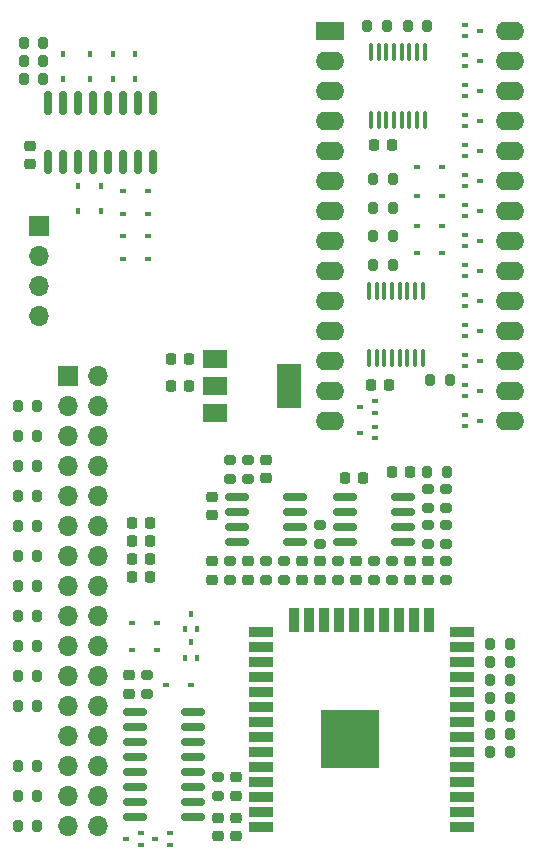
<source format=gbs>
%TF.GenerationSoftware,KiCad,Pcbnew,(6.0.1)*%
%TF.CreationDate,2022-01-21T22:17:13+01:00*%
%TF.ProjectId,bosch-kf163-control,626f7363-682d-46b6-9631-36332d636f6e,1*%
%TF.SameCoordinates,Original*%
%TF.FileFunction,Soldermask,Bot*%
%TF.FilePolarity,Negative*%
%FSLAX46Y46*%
G04 Gerber Fmt 4.6, Leading zero omitted, Abs format (unit mm)*
G04 Created by KiCad (PCBNEW (6.0.1)) date 2022-01-21 22:17:13*
%MOMM*%
%LPD*%
G01*
G04 APERTURE LIST*
G04 Aperture macros list*
%AMRoundRect*
0 Rectangle with rounded corners*
0 $1 Rounding radius*
0 $2 $3 $4 $5 $6 $7 $8 $9 X,Y pos of 4 corners*
0 Add a 4 corners polygon primitive as box body*
4,1,4,$2,$3,$4,$5,$6,$7,$8,$9,$2,$3,0*
0 Add four circle primitives for the rounded corners*
1,1,$1+$1,$2,$3*
1,1,$1+$1,$4,$5*
1,1,$1+$1,$6,$7*
1,1,$1+$1,$8,$9*
0 Add four rect primitives between the rounded corners*
20,1,$1+$1,$2,$3,$4,$5,0*
20,1,$1+$1,$4,$5,$6,$7,0*
20,1,$1+$1,$6,$7,$8,$9,0*
20,1,$1+$1,$8,$9,$2,$3,0*%
G04 Aperture macros list end*
%ADD10R,1.700000X1.700000*%
%ADD11O,1.700000X1.700000*%
%ADD12RoundRect,0.225000X-0.250000X0.225000X-0.250000X-0.225000X0.250000X-0.225000X0.250000X0.225000X0*%
%ADD13RoundRect,0.200000X0.275000X-0.200000X0.275000X0.200000X-0.275000X0.200000X-0.275000X-0.200000X0*%
%ADD14RoundRect,0.200000X0.200000X0.275000X-0.200000X0.275000X-0.200000X-0.275000X0.200000X-0.275000X0*%
%ADD15R,0.510000X0.400000*%
%ADD16R,0.450000X0.600000*%
%ADD17RoundRect,0.200000X-0.200000X-0.275000X0.200000X-0.275000X0.200000X0.275000X-0.200000X0.275000X0*%
%ADD18RoundRect,0.200000X-0.275000X0.200000X-0.275000X-0.200000X0.275000X-0.200000X0.275000X0.200000X0*%
%ADD19RoundRect,0.225000X0.250000X-0.225000X0.250000X0.225000X-0.250000X0.225000X-0.250000X-0.225000X0*%
%ADD20R,2.000000X1.500000*%
%ADD21R,2.000000X3.800000*%
%ADD22R,0.400000X0.510000*%
%ADD23RoundRect,0.225000X0.225000X0.250000X-0.225000X0.250000X-0.225000X-0.250000X0.225000X-0.250000X0*%
%ADD24R,2.400000X1.600000*%
%ADD25O,2.400000X1.600000*%
%ADD26R,0.600000X0.450000*%
%ADD27RoundRect,0.150000X-0.150000X0.825000X-0.150000X-0.825000X0.150000X-0.825000X0.150000X0.825000X0*%
%ADD28RoundRect,0.225000X-0.225000X-0.250000X0.225000X-0.250000X0.225000X0.250000X-0.225000X0.250000X0*%
%ADD29RoundRect,0.150000X0.825000X0.150000X-0.825000X0.150000X-0.825000X-0.150000X0.825000X-0.150000X0*%
%ADD30R,2.000000X0.900000*%
%ADD31R,0.900000X2.000000*%
%ADD32R,5.000000X5.000000*%
%ADD33RoundRect,0.100000X-0.100000X0.637500X-0.100000X-0.637500X0.100000X-0.637500X0.100000X0.637500X0*%
G04 APERTURE END LIST*
D10*
%TO.C,J102*%
X92145000Y-82560000D03*
D11*
X92145000Y-85100000D03*
X92145000Y-87640000D03*
X92145000Y-90180000D03*
%TD*%
D12*
%TO.C,C304*%
X106807000Y-110985000D03*
X106807000Y-112535000D03*
%TD*%
D13*
%TO.C,R307*%
X117475000Y-112585000D03*
X117475000Y-110935000D03*
%TD*%
D14*
%TO.C,R212*%
X132016000Y-121031000D03*
X130366000Y-121031000D03*
%TD*%
D15*
%TO.C,Q206*%
X128260000Y-79240000D03*
X128260000Y-78240000D03*
X129550000Y-78740000D03*
%TD*%
D10*
%TO.C,J101*%
X94615000Y-95250000D03*
D11*
X97155000Y-95250000D03*
X94615000Y-97790000D03*
X97155000Y-97790000D03*
X94615000Y-100330000D03*
X97155000Y-100330000D03*
X94615000Y-102870000D03*
X97155000Y-102870000D03*
X94615000Y-105410000D03*
X97155000Y-105410000D03*
X94615000Y-107950000D03*
X97155000Y-107950000D03*
X94615000Y-110490000D03*
X97155000Y-110490000D03*
X94615000Y-113030000D03*
X97155000Y-113030000D03*
X94615000Y-115570000D03*
X97155000Y-115570000D03*
X94615000Y-118110000D03*
X97155000Y-118110000D03*
X94615000Y-120650000D03*
X97155000Y-120650000D03*
X94615000Y-123190000D03*
X97155000Y-123190000D03*
X94615000Y-125730000D03*
X97155000Y-125730000D03*
X94615000Y-128270000D03*
X97155000Y-128270000D03*
X94615000Y-130810000D03*
X97155000Y-130810000D03*
X94615000Y-133350000D03*
X97155000Y-133350000D03*
%TD*%
D15*
%TO.C,Q203*%
X120660000Y-99576000D03*
X120660000Y-100576000D03*
X119370000Y-100076000D03*
%TD*%
%TO.C,Q210*%
X128260000Y-74160000D03*
X128260000Y-73160000D03*
X129550000Y-73660000D03*
%TD*%
%TO.C,Q215*%
X128260000Y-86860000D03*
X128260000Y-85860000D03*
X129550000Y-86360000D03*
%TD*%
D16*
%TO.C,D209*%
X97409000Y-81314000D03*
X97409000Y-79214000D03*
%TD*%
D14*
%TO.C,R209*%
X132016000Y-125603000D03*
X130366000Y-125603000D03*
%TD*%
D16*
%TO.C,D206*%
X94234000Y-68038000D03*
X94234000Y-70138000D03*
%TD*%
D17*
%TO.C,R107*%
X90361000Y-120650000D03*
X92011000Y-120650000D03*
%TD*%
%TO.C,R104*%
X90361000Y-113030000D03*
X92011000Y-113030000D03*
%TD*%
%TO.C,R105*%
X90361000Y-115570000D03*
X92011000Y-115570000D03*
%TD*%
D14*
%TO.C,R202*%
X122110000Y-83439000D03*
X120460000Y-83439000D03*
%TD*%
D18*
%TO.C,R305*%
X122047000Y-110935000D03*
X122047000Y-112585000D03*
%TD*%
D14*
%TO.C,R217*%
X126936000Y-95631000D03*
X125286000Y-95631000D03*
%TD*%
D15*
%TO.C,Q204*%
X128260000Y-81780000D03*
X128260000Y-80780000D03*
X129550000Y-81280000D03*
%TD*%
D19*
%TO.C,C306*%
X123571000Y-112535000D03*
X123571000Y-110985000D03*
%TD*%
D16*
%TO.C,D205*%
X96520000Y-68038000D03*
X96520000Y-70138000D03*
%TD*%
%TO.C,D204*%
X100330000Y-68038000D03*
X100330000Y-70138000D03*
%TD*%
D14*
%TO.C,R214*%
X132016000Y-124079000D03*
X130366000Y-124079000D03*
%TD*%
D19*
%TO.C,C302*%
X114427000Y-112535000D03*
X114427000Y-110985000D03*
%TD*%
D20*
%TO.C,U102*%
X107086000Y-98439000D03*
X107086000Y-96139000D03*
D21*
X113386000Y-96139000D03*
D20*
X107086000Y-93839000D03*
%TD*%
D17*
%TO.C,R109*%
X90361000Y-130810000D03*
X92011000Y-130810000D03*
%TD*%
D15*
%TO.C,Q208*%
X128260000Y-76700000D03*
X128260000Y-75700000D03*
X129550000Y-76200000D03*
%TD*%
D13*
%TO.C,R313*%
X126619000Y-112585000D03*
X126619000Y-110935000D03*
%TD*%
D15*
%TO.C,Q102*%
X103261000Y-133993000D03*
X103261000Y-134993000D03*
X101971000Y-134493000D03*
%TD*%
D12*
%TO.C,C101*%
X99822000Y-120637000D03*
X99822000Y-122187000D03*
%TD*%
%TO.C,C301*%
X106807000Y-105524000D03*
X106807000Y-107074000D03*
%TD*%
D22*
%TO.C,Q103*%
X105529000Y-116715000D03*
X104529000Y-116715000D03*
X105029000Y-115425000D03*
%TD*%
D13*
%TO.C,R310*%
X126619000Y-109537000D03*
X126619000Y-107887000D03*
%TD*%
D23*
%TO.C,C203*%
X122060000Y-75692000D03*
X120510000Y-75692000D03*
%TD*%
%TO.C,C311*%
X101613000Y-107696000D03*
X100063000Y-107696000D03*
%TD*%
D13*
%TO.C,R114*%
X107315000Y-130873000D03*
X107315000Y-129223000D03*
%TD*%
D24*
%TO.C,J201*%
X116840000Y-66040000D03*
D25*
X116840000Y-68580000D03*
X116840000Y-71120000D03*
X116840000Y-73660000D03*
X116840000Y-76200000D03*
X116840000Y-78740000D03*
X116840000Y-81280000D03*
X116840000Y-83820000D03*
X116840000Y-86360000D03*
X116840000Y-88900000D03*
X116840000Y-91440000D03*
X116840000Y-93980000D03*
X116840000Y-96520000D03*
X116840000Y-99060000D03*
X132080000Y-99060000D03*
X132080000Y-96520000D03*
X132080000Y-93980000D03*
X132080000Y-91440000D03*
X132080000Y-88900000D03*
X132080000Y-86360000D03*
X132080000Y-83820000D03*
X132080000Y-81280000D03*
X132080000Y-78740000D03*
X132080000Y-76200000D03*
X132080000Y-73660000D03*
X132080000Y-71120000D03*
X132080000Y-68580000D03*
X132080000Y-66040000D03*
%TD*%
D17*
%TO.C,R108*%
X90361000Y-128270000D03*
X92011000Y-128270000D03*
%TD*%
D26*
%TO.C,D214*%
X126272000Y-84836000D03*
X124172000Y-84836000D03*
%TD*%
D19*
%TO.C,C303*%
X109855000Y-112535000D03*
X109855000Y-110985000D03*
%TD*%
D14*
%TO.C,R117*%
X92011000Y-97790000D03*
X90361000Y-97790000D03*
%TD*%
D26*
%TO.C,D202*%
X101380000Y-85344000D03*
X99280000Y-85344000D03*
%TD*%
D14*
%TO.C,R213*%
X132016000Y-122555000D03*
X130366000Y-122555000D03*
%TD*%
D27*
%TO.C,U202*%
X92964000Y-72201000D03*
X94234000Y-72201000D03*
X95504000Y-72201000D03*
X96774000Y-72201000D03*
X98044000Y-72201000D03*
X99314000Y-72201000D03*
X100584000Y-72201000D03*
X101854000Y-72201000D03*
X101854000Y-77151000D03*
X100584000Y-77151000D03*
X99314000Y-77151000D03*
X98044000Y-77151000D03*
X96774000Y-77151000D03*
X95504000Y-77151000D03*
X94234000Y-77151000D03*
X92964000Y-77151000D03*
%TD*%
D28*
%TO.C,C305*%
X118097000Y-103886000D03*
X119647000Y-103886000D03*
%TD*%
D19*
%TO.C,C309*%
X111379000Y-103962500D03*
X111379000Y-102412500D03*
%TD*%
%TO.C,C307*%
X118999000Y-112535000D03*
X118999000Y-110985000D03*
%TD*%
D26*
%TO.C,D207*%
X126272000Y-77597000D03*
X124172000Y-77597000D03*
%TD*%
D15*
%TO.C,Q201*%
X120660000Y-97417000D03*
X120660000Y-98417000D03*
X119370000Y-97917000D03*
%TD*%
D13*
%TO.C,R309*%
X108331000Y-104012500D03*
X108331000Y-102362500D03*
%TD*%
D12*
%TO.C,C201*%
X91413000Y-75806000D03*
X91413000Y-77356000D03*
%TD*%
D14*
%TO.C,R203*%
X122110000Y-81026000D03*
X120460000Y-81026000D03*
%TD*%
D15*
%TO.C,Q209*%
X128260000Y-94480000D03*
X128260000Y-93480000D03*
X129550000Y-93980000D03*
%TD*%
D17*
%TO.C,R215*%
X119952000Y-65659000D03*
X121602000Y-65659000D03*
%TD*%
D26*
%TO.C,D203*%
X101380000Y-81534000D03*
X99280000Y-81534000D03*
%TD*%
D14*
%TO.C,R208*%
X132016000Y-127127000D03*
X130366000Y-127127000D03*
%TD*%
D19*
%TO.C,C106*%
X108839000Y-130823000D03*
X108839000Y-129273000D03*
%TD*%
D23*
%TO.C,C310*%
X101613000Y-109220000D03*
X100063000Y-109220000D03*
%TD*%
%TO.C,C202*%
X121806000Y-96012000D03*
X120256000Y-96012000D03*
%TD*%
D12*
%TO.C,C102*%
X107315000Y-132702000D03*
X107315000Y-134252000D03*
%TD*%
D23*
%TO.C,C315*%
X123584000Y-103378000D03*
X122034000Y-103378000D03*
%TD*%
D14*
%TO.C,R115*%
X92011000Y-102870000D03*
X90361000Y-102870000D03*
%TD*%
D13*
%TO.C,R304*%
X115951000Y-109537000D03*
X115951000Y-107887000D03*
%TD*%
D17*
%TO.C,R206*%
X90869000Y-70104000D03*
X92519000Y-70104000D03*
%TD*%
D15*
%TO.C,Q212*%
X128260000Y-71620000D03*
X128260000Y-70620000D03*
X129550000Y-71120000D03*
%TD*%
D13*
%TO.C,R314*%
X125095000Y-106489000D03*
X125095000Y-104839000D03*
%TD*%
D17*
%TO.C,R216*%
X123381000Y-65659000D03*
X125031000Y-65659000D03*
%TD*%
D23*
%TO.C,C105*%
X104915000Y-96139000D03*
X103365000Y-96139000D03*
%TD*%
D28*
%TO.C,C312*%
X100063000Y-112268000D03*
X101613000Y-112268000D03*
%TD*%
D14*
%TO.C,R116*%
X92011000Y-100330000D03*
X90361000Y-100330000D03*
%TD*%
D29*
%TO.C,U302*%
X122998000Y-105537000D03*
X122998000Y-106807000D03*
X122998000Y-108077000D03*
X122998000Y-109347000D03*
X118048000Y-109347000D03*
X118048000Y-108077000D03*
X118048000Y-106807000D03*
X118048000Y-105537000D03*
%TD*%
D30*
%TO.C,U103*%
X110991000Y-133484000D03*
X110991000Y-132214000D03*
X110991000Y-130944000D03*
X110991000Y-129674000D03*
X110991000Y-128404000D03*
X110991000Y-127134000D03*
X110991000Y-125864000D03*
X110991000Y-124594000D03*
X110991000Y-123324000D03*
X110991000Y-122054000D03*
X110991000Y-120784000D03*
X110991000Y-119514000D03*
X110991000Y-118244000D03*
X110991000Y-116974000D03*
D31*
X113776000Y-115974000D03*
X115046000Y-115974000D03*
X116316000Y-115974000D03*
X117586000Y-115974000D03*
X118856000Y-115974000D03*
X120126000Y-115974000D03*
X121396000Y-115974000D03*
X122666000Y-115974000D03*
X123936000Y-115974000D03*
X125206000Y-115974000D03*
D30*
X127991000Y-116974000D03*
X127991000Y-118244000D03*
X127991000Y-119514000D03*
X127991000Y-120784000D03*
X127991000Y-122054000D03*
X127991000Y-123324000D03*
X127991000Y-124594000D03*
X127991000Y-125864000D03*
X127991000Y-127134000D03*
X127991000Y-128404000D03*
X127991000Y-129674000D03*
X127991000Y-130944000D03*
X127991000Y-132214000D03*
X127991000Y-133484000D03*
D32*
X118491000Y-125984000D03*
%TD*%
D17*
%TO.C,R204*%
X90869000Y-67056000D03*
X92519000Y-67056000D03*
%TD*%
D12*
%TO.C,C314*%
X125095000Y-110985000D03*
X125095000Y-112535000D03*
%TD*%
D15*
%TO.C,Q202*%
X128260000Y-84320000D03*
X128260000Y-83320000D03*
X129550000Y-83820000D03*
%TD*%
D26*
%TO.C,D211*%
X101380000Y-79629000D03*
X99280000Y-79629000D03*
%TD*%
D15*
%TO.C,Q104*%
X100848000Y-133993000D03*
X100848000Y-134993000D03*
X99558000Y-134493000D03*
%TD*%
D26*
%TO.C,D101*%
X100042000Y-118491000D03*
X102142000Y-118491000D03*
%TD*%
D17*
%TO.C,R106*%
X90361000Y-118110000D03*
X92011000Y-118110000D03*
%TD*%
D16*
%TO.C,D201*%
X95504000Y-81314000D03*
X95504000Y-79214000D03*
%TD*%
D13*
%TO.C,R303*%
X108331000Y-112585000D03*
X108331000Y-110935000D03*
%TD*%
D17*
%TO.C,R110*%
X90361000Y-133350000D03*
X92011000Y-133350000D03*
%TD*%
D14*
%TO.C,R211*%
X132016000Y-119507000D03*
X130366000Y-119507000D03*
%TD*%
D26*
%TO.C,D208*%
X126272000Y-82550000D03*
X124172000Y-82550000D03*
%TD*%
D17*
%TO.C,R205*%
X90869000Y-68580000D03*
X92519000Y-68580000D03*
%TD*%
D15*
%TO.C,Q213*%
X128260000Y-89400000D03*
X128260000Y-88400000D03*
X129550000Y-88900000D03*
%TD*%
D13*
%TO.C,R111*%
X101346000Y-122237000D03*
X101346000Y-120587000D03*
%TD*%
D15*
%TO.C,Q216*%
X128260000Y-66540000D03*
X128260000Y-65540000D03*
X129550000Y-66040000D03*
%TD*%
D22*
%TO.C,Q101*%
X105529000Y-119136000D03*
X104529000Y-119136000D03*
X105029000Y-117846000D03*
%TD*%
D23*
%TO.C,C104*%
X104915000Y-93853000D03*
X103365000Y-93853000D03*
%TD*%
D18*
%TO.C,R306*%
X120523000Y-110935000D03*
X120523000Y-112585000D03*
%TD*%
D17*
%TO.C,R102*%
X90361000Y-110490000D03*
X92011000Y-110490000D03*
%TD*%
D12*
%TO.C,C103*%
X108839000Y-132702000D03*
X108839000Y-134252000D03*
%TD*%
D26*
%TO.C,D210*%
X101380000Y-83439000D03*
X99280000Y-83439000D03*
%TD*%
D29*
%TO.C,U301*%
X113854000Y-105537000D03*
X113854000Y-106807000D03*
X113854000Y-108077000D03*
X113854000Y-109347000D03*
X108904000Y-109347000D03*
X108904000Y-108077000D03*
X108904000Y-106807000D03*
X108904000Y-105537000D03*
%TD*%
D17*
%TO.C,R312*%
X125032000Y-103378000D03*
X126682000Y-103378000D03*
%TD*%
D12*
%TO.C,C308*%
X115951000Y-110985000D03*
X115951000Y-112535000D03*
%TD*%
D28*
%TO.C,C313*%
X100063000Y-110744000D03*
X101613000Y-110744000D03*
%TD*%
D33*
%TO.C,U203*%
X120280000Y-67876500D03*
X120930000Y-67876500D03*
X121580000Y-67876500D03*
X122230000Y-67876500D03*
X122880000Y-67876500D03*
X123530000Y-67876500D03*
X124180000Y-67876500D03*
X124830000Y-67876500D03*
X124830000Y-73601500D03*
X124180000Y-73601500D03*
X123530000Y-73601500D03*
X122880000Y-73601500D03*
X122230000Y-73601500D03*
X121580000Y-73601500D03*
X120930000Y-73601500D03*
X120280000Y-73601500D03*
%TD*%
D17*
%TO.C,R101*%
X90361000Y-123190000D03*
X92011000Y-123190000D03*
%TD*%
D14*
%TO.C,R210*%
X132016000Y-117983000D03*
X130366000Y-117983000D03*
%TD*%
D18*
%TO.C,R308*%
X109855000Y-102362500D03*
X109855000Y-104012500D03*
%TD*%
D16*
%TO.C,D212*%
X98425000Y-68038000D03*
X98425000Y-70138000D03*
%TD*%
D29*
%TO.C,U101*%
X105218000Y-123698000D03*
X105218000Y-124968000D03*
X105218000Y-126238000D03*
X105218000Y-127508000D03*
X105218000Y-128778000D03*
X105218000Y-130048000D03*
X105218000Y-131318000D03*
X105218000Y-132588000D03*
X100268000Y-132588000D03*
X100268000Y-131318000D03*
X100268000Y-130048000D03*
X100268000Y-128778000D03*
X100268000Y-127508000D03*
X100268000Y-126238000D03*
X100268000Y-124968000D03*
X100268000Y-123698000D03*
%TD*%
D26*
%TO.C,D102*%
X105063000Y-121412000D03*
X102963000Y-121412000D03*
%TD*%
D15*
%TO.C,Q211*%
X128260000Y-91940000D03*
X128260000Y-90940000D03*
X129550000Y-91440000D03*
%TD*%
D18*
%TO.C,R301*%
X112903000Y-110935000D03*
X112903000Y-112585000D03*
%TD*%
D26*
%TO.C,D103*%
X102142000Y-116205000D03*
X100042000Y-116205000D03*
%TD*%
D33*
%TO.C,U201*%
X120127000Y-88069500D03*
X120777000Y-88069500D03*
X121427000Y-88069500D03*
X122077000Y-88069500D03*
X122727000Y-88069500D03*
X123377000Y-88069500D03*
X124027000Y-88069500D03*
X124677000Y-88069500D03*
X124677000Y-93794500D03*
X124027000Y-93794500D03*
X123377000Y-93794500D03*
X122727000Y-93794500D03*
X122077000Y-93794500D03*
X121427000Y-93794500D03*
X120777000Y-93794500D03*
X120127000Y-93794500D03*
%TD*%
D18*
%TO.C,R302*%
X111379000Y-110935000D03*
X111379000Y-112585000D03*
%TD*%
D15*
%TO.C,Q205*%
X128260000Y-99560000D03*
X128260000Y-98560000D03*
X129550000Y-99060000D03*
%TD*%
D14*
%TO.C,R207*%
X122110000Y-78613000D03*
X120460000Y-78613000D03*
%TD*%
D17*
%TO.C,R103*%
X90361000Y-107950000D03*
X92011000Y-107950000D03*
%TD*%
D15*
%TO.C,Q214*%
X128260000Y-69080000D03*
X128260000Y-68080000D03*
X129550000Y-68580000D03*
%TD*%
D18*
%TO.C,R315*%
X126619000Y-104839000D03*
X126619000Y-106489000D03*
%TD*%
D26*
%TO.C,D213*%
X126272000Y-80010000D03*
X124172000Y-80010000D03*
%TD*%
D17*
%TO.C,R112*%
X90361000Y-105410000D03*
X92011000Y-105410000D03*
%TD*%
D14*
%TO.C,R201*%
X122110000Y-85852000D03*
X120460000Y-85852000D03*
%TD*%
D15*
%TO.C,Q207*%
X128260000Y-97020000D03*
X128260000Y-96020000D03*
X129550000Y-96520000D03*
%TD*%
D13*
%TO.C,R311*%
X125095000Y-109537000D03*
X125095000Y-107887000D03*
%TD*%
M02*

</source>
